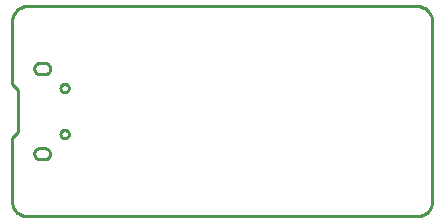
<source format=gbr>
G04 EAGLE Gerber RS-274X export*
G75*
%MOMM*%
%FSLAX34Y34*%
%LPD*%
%IN*%
%IPPOS*%
%AMOC8*
5,1,8,0,0,1.08239X$1,22.5*%
G01*
%ADD10C,0.254000*%


D10*
X0Y12700D02*
X48Y11593D01*
X193Y10495D01*
X433Y9413D01*
X766Y8356D01*
X1190Y7333D01*
X1701Y6350D01*
X2297Y5416D01*
X2971Y4537D01*
X3720Y3720D01*
X4537Y2971D01*
X5416Y2297D01*
X6350Y1701D01*
X7333Y1190D01*
X8356Y766D01*
X9413Y433D01*
X10495Y193D01*
X11593Y48D01*
X12700Y0D01*
X342900Y0D01*
X344007Y48D01*
X345105Y193D01*
X346187Y433D01*
X347244Y766D01*
X348267Y1190D01*
X349250Y1701D01*
X350184Y2297D01*
X351063Y2971D01*
X351880Y3720D01*
X352629Y4537D01*
X353303Y5416D01*
X353899Y6350D01*
X354410Y7333D01*
X354834Y8356D01*
X355167Y9413D01*
X355407Y10495D01*
X355552Y11593D01*
X355600Y12700D01*
X355600Y165100D01*
X355552Y166207D01*
X355407Y167305D01*
X355167Y168387D01*
X354834Y169444D01*
X354410Y170467D01*
X353899Y171450D01*
X353303Y172384D01*
X352629Y173263D01*
X351880Y174080D01*
X351063Y174829D01*
X350184Y175503D01*
X349250Y176099D01*
X348267Y176610D01*
X347244Y177034D01*
X346187Y177367D01*
X345105Y177607D01*
X344007Y177752D01*
X342900Y177800D01*
X12700Y177800D01*
X11593Y177752D01*
X10495Y177607D01*
X9413Y177367D01*
X8356Y177034D01*
X7333Y176610D01*
X6350Y176099D01*
X5416Y175503D01*
X4537Y174829D01*
X3720Y174080D01*
X2971Y173263D01*
X2297Y172384D01*
X1701Y171450D01*
X1190Y170467D01*
X766Y169444D01*
X433Y168387D01*
X193Y167305D01*
X48Y166207D01*
X0Y165100D01*
X0Y111760D01*
X5080Y106680D01*
X5080Y71120D01*
X0Y66040D01*
X0Y12700D01*
X18950Y52900D02*
X18922Y52549D01*
X18924Y52198D01*
X18957Y51848D01*
X19020Y51502D01*
X19113Y51163D01*
X19236Y50833D01*
X19387Y50515D01*
X19564Y50212D01*
X19768Y49925D01*
X19996Y49657D01*
X20246Y49410D01*
X20517Y49186D01*
X20806Y48986D01*
X21112Y48812D01*
X21432Y48666D01*
X21763Y48548D01*
X22103Y48459D01*
X22450Y48400D01*
X28450Y48400D01*
X28797Y48459D01*
X29137Y48548D01*
X29468Y48666D01*
X29788Y48812D01*
X30094Y48986D01*
X30383Y49186D01*
X30654Y49410D01*
X30904Y49657D01*
X31132Y49925D01*
X31336Y50212D01*
X31513Y50515D01*
X31664Y50833D01*
X31787Y51163D01*
X31880Y51502D01*
X31943Y51848D01*
X31976Y52198D01*
X31978Y52549D01*
X31950Y52900D01*
X31978Y53251D01*
X31976Y53602D01*
X31943Y53952D01*
X31880Y54298D01*
X31787Y54637D01*
X31664Y54967D01*
X31513Y55285D01*
X31336Y55588D01*
X31132Y55875D01*
X30904Y56143D01*
X30654Y56390D01*
X30383Y56614D01*
X30094Y56814D01*
X29788Y56988D01*
X29468Y57134D01*
X29137Y57252D01*
X28797Y57341D01*
X28450Y57400D01*
X22450Y57400D01*
X22103Y57341D01*
X21763Y57252D01*
X21432Y57134D01*
X21112Y56988D01*
X20806Y56814D01*
X20517Y56614D01*
X20246Y56390D01*
X19996Y56143D01*
X19768Y55875D01*
X19564Y55588D01*
X19387Y55285D01*
X19236Y54967D01*
X19113Y54637D01*
X19020Y54298D01*
X18957Y53952D01*
X18924Y53602D01*
X18922Y53251D01*
X18950Y52900D01*
X18950Y123900D02*
X18986Y123574D01*
X19050Y123253D01*
X19142Y122938D01*
X19262Y122633D01*
X19407Y122339D01*
X19577Y122059D01*
X19772Y121794D01*
X19988Y121548D01*
X20225Y121322D01*
X20481Y121117D01*
X20754Y120935D01*
X21042Y120777D01*
X21342Y120646D01*
X21652Y120541D01*
X21971Y120463D01*
X22295Y120414D01*
X22622Y120392D01*
X22950Y120400D01*
X28450Y120400D01*
X28755Y120413D01*
X29058Y120453D01*
X29356Y120519D01*
X29647Y120611D01*
X29929Y120728D01*
X30200Y120869D01*
X30458Y121033D01*
X30700Y121219D01*
X30925Y121425D01*
X31131Y121650D01*
X31317Y121892D01*
X31481Y122150D01*
X31622Y122421D01*
X31739Y122703D01*
X31831Y122994D01*
X31897Y123292D01*
X31937Y123595D01*
X31950Y123900D01*
X31950Y125900D01*
X31937Y126205D01*
X31897Y126508D01*
X31831Y126806D01*
X31739Y127097D01*
X31622Y127379D01*
X31481Y127650D01*
X31317Y127908D01*
X31131Y128150D01*
X30925Y128375D01*
X30700Y128581D01*
X30458Y128767D01*
X30200Y128931D01*
X29929Y129072D01*
X29647Y129189D01*
X29356Y129281D01*
X29058Y129347D01*
X28755Y129387D01*
X28450Y129400D01*
X22950Y129400D01*
X22622Y129408D01*
X22295Y129386D01*
X21971Y129337D01*
X21652Y129259D01*
X21342Y129154D01*
X21042Y129023D01*
X20754Y128865D01*
X20481Y128683D01*
X20225Y128478D01*
X19988Y128252D01*
X19772Y128006D01*
X19577Y127742D01*
X19407Y127461D01*
X19262Y127168D01*
X19142Y126862D01*
X19050Y126547D01*
X18986Y126226D01*
X18950Y125900D01*
X18950Y123900D01*
X44221Y104900D02*
X43766Y104960D01*
X43323Y105079D01*
X42899Y105254D01*
X42501Y105484D01*
X42137Y105763D01*
X41813Y106087D01*
X41534Y106451D01*
X41304Y106849D01*
X41129Y107273D01*
X41010Y107716D01*
X40950Y108171D01*
X40950Y108629D01*
X41010Y109084D01*
X41129Y109527D01*
X41304Y109951D01*
X41534Y110349D01*
X41813Y110713D01*
X42137Y111037D01*
X42501Y111316D01*
X42899Y111546D01*
X43323Y111721D01*
X43766Y111840D01*
X44221Y111900D01*
X44679Y111900D01*
X45134Y111840D01*
X45577Y111721D01*
X46001Y111546D01*
X46399Y111316D01*
X46763Y111037D01*
X47087Y110713D01*
X47366Y110349D01*
X47596Y109951D01*
X47771Y109527D01*
X47890Y109084D01*
X47950Y108629D01*
X47950Y108171D01*
X47890Y107716D01*
X47771Y107273D01*
X47596Y106849D01*
X47366Y106451D01*
X47087Y106087D01*
X46763Y105763D01*
X46399Y105484D01*
X46001Y105254D01*
X45577Y105079D01*
X45134Y104960D01*
X44679Y104900D01*
X44221Y104900D01*
X44221Y65900D02*
X43766Y65960D01*
X43323Y66079D01*
X42899Y66254D01*
X42501Y66484D01*
X42137Y66763D01*
X41813Y67087D01*
X41534Y67451D01*
X41304Y67849D01*
X41129Y68273D01*
X41010Y68716D01*
X40950Y69171D01*
X40950Y69629D01*
X41010Y70084D01*
X41129Y70527D01*
X41304Y70951D01*
X41534Y71349D01*
X41813Y71713D01*
X42137Y72037D01*
X42501Y72316D01*
X42899Y72546D01*
X43323Y72721D01*
X43766Y72840D01*
X44221Y72900D01*
X44679Y72900D01*
X45134Y72840D01*
X45577Y72721D01*
X46001Y72546D01*
X46399Y72316D01*
X46763Y72037D01*
X47087Y71713D01*
X47366Y71349D01*
X47596Y70951D01*
X47771Y70527D01*
X47890Y70084D01*
X47950Y69629D01*
X47950Y69171D01*
X47890Y68716D01*
X47771Y68273D01*
X47596Y67849D01*
X47366Y67451D01*
X47087Y67087D01*
X46763Y66763D01*
X46399Y66484D01*
X46001Y66254D01*
X45577Y66079D01*
X45134Y65960D01*
X44679Y65900D01*
X44221Y65900D01*
M02*

</source>
